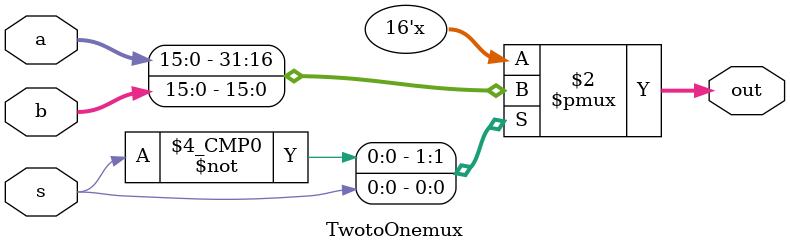
<source format=v>

module TwotoOnemux(a, b, s, out);

input [15:0] a, b;
input s;
output [15:0] out;
reg [15:0] out;
// used in procedural statement
always @ (s or a or b)
        case (s)
                2'b0: out = a;
                2'b1: out = b;
        endcase
endmodule
</source>
